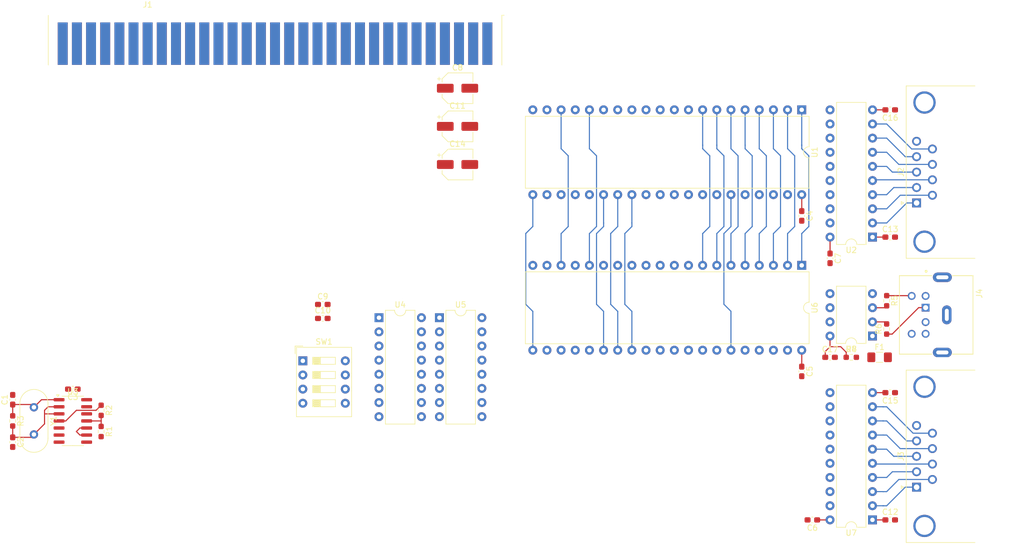
<source format=kicad_pcb>
(kicad_pcb (version 20240108) (generator "pcbnew") (generator_version "8.0")
  (layers (0 "F.Cu" signal) (31 "B.Cu" signal) (34 "B.Paste" user) (35 "F.Paste" user) (36 "B.SilkS" user "B.Silkscreen") (37 "F.SilkS" user "F.Silkscreen") (38 "B.Mask" user) (39 "F.Mask" user) (44 "Edge.Cuts" user))
  (net 0 "")
  (net 1 "GND")
  (net 2 "Net-(C1-Pad1)")
  (net 3 "Net-(C2-Pad1)")
  (net 4 "+5V")
  (net 5 "+12V")
  (net 6 "-12V")
  (net 7 "Net-(F1-Pad2)")
  (net 10 "/D5")
  (net 11 "/D3")
  (net 12 "/A3")
  (net 16 "/~{IOR}")
  (net 24 "/D2")
  (net 25 "/A5")
  (net 26 "/AEN")
  (net 27 "/D1")
  (net 29 "/D4")
  (net 30 "/IRQ3")
  (net 32 "/A1")
  (net 33 "/A8")
  (net 34 "/A6")
  (net 40 "/D6")
  (net 41 "/D7")
  (net 42 "/A2")
  (net 44 "/A4")
  (net 45 "/A9")
  (net 50 "/IRQ4")
  (net 54 "/D0")
  (net 55 "/A7")
  (net 58 "/RESET")
  (net 59 "/A0")
  (net 61 "/~{IOW}")
  (net 63 "Net-(U2-RA5)")
  (net 64 "Net-(U2-RA3)")
  (net 65 "Net-(U2-DY2)")
  (net 66 "Net-(U2-RA4)")
  (net 67 "Net-(U2-DY3)")
  (net 68 "Net-(U2-RA1)")
  (net 69 "Net-(U2-DY1)")
  (net 70 "Net-(U2-RA2)")
  (net 71 "Net-(U7-DY2)")
  (net 72 "Net-(U7-DY1)")
  (net 73 "Net-(U7-RA5)")
  (net 74 "Net-(U7-RA2)")
  (net 75 "Net-(U7-DY3)")
  (net 76 "Net-(U7-RA1)")
  (net 77 "Net-(U7-RA3)")
  (net 78 "Net-(U7-RA4)")
  (net 79 "Net-(J4-Pad1)")
  (net 80 "Net-(J4-Pad5)")
  (net 83 "Net-(R1-Pad1)")
  (net 84 "/CLK_UART")
  (net 85 "Net-(R2-Pad1)")
  (net 86 "Net-(U8-~{RESET}{slash}PB5)")
  (net 87 "/PS2 to Serial/PS2_CLK")
  (net 88 "/PS2 to Serial/PS2_DAT")
  (net 89 "/~{0x3E8}")
  (net 90 "/~{0x2F8}")
  (net 91 "/~{0x2E8}")
  (net 92 "/~{0x3F8}")
  (net 93 "/~{UART2_CS}")
  (net 94 "/~{UART1_CS}")
  (net 97 "/RX")
  (net 98 "Net-(U1-~{RI})")
  (net 100 "Net-(U1-SOUT)")
  (net 101 "Net-(U1-~{DSR})")
  (net 102 "Net-(U1-~{CTS})")
  (net 104 "Net-(U1-~{DCD})")
  (net 105 "Net-(U1-~{DTR})")
  (net 108 "Net-(U1-RCLK)")
  (net 109 "/~{RTS}")
  (net 115 "Net-(U4-E2)")
  (net 123 "Net-(U6-~{RTS})")
  (net 125 "Net-(U6-~{RI})")
  (net 127 "Net-(U6-~{CTS})")
  (net 128 "Net-(U6-~{DCD})")
  (net 129 "Net-(U6-RCLK)")
  (net 130 "Net-(U6-~{DTR})")
  (net 131 "Net-(U6-SIN)")
  (net 133 "Net-(U6-~{DSR})")
  (net 137 "Net-(U6-SOUT)")
  (net 139 "/PS2 to Serial/~{RTS}")
  (net 140 "/PS2 to Serial/RX")
  (net 141 "Net-(U3-Pad10)")
  (footprint "Package_DIP:DIP-40_W15.24mm" (layer "F.Cu") (at 187.955 64.765 -90)
    (property "Reference" "U1")
    (property "Value" "16550")
  )
  (footprint "Capacitor_SMD:C_0603_1608Metric_Pad1.08x0.95mm_HandSolder" (layer "F.Cu") (at 187.96 111.76 -90)
    (property "Reference" "C5")
    (property "Value" "100n")
  )
  (footprint "Resistor_SMD:R_0603_1608Metric_Pad0.98x0.95mm_HandSolder" (layer "F.Cu") (at 62.23 118.745 -90)
    (property "Reference" "R2")
    (property "Value" "1K")
  )
  (footprint "Capacitor_SMD:CP_Elec_5x5.3" (layer "F.Cu") (at 126.186 67.738)
    (property "Reference" "C11")
    (property "Value" "22u")
  )
  (footprint "Package_DIP:DIP-40_W15.24mm" (layer "F.Cu") (at 187.955 92.705 -90)
    (property "Reference" "U6")
    (property "Value" "16550")
  )
  (footprint "Package_DIP:DIP-20_W7.62mm" (layer "F.Cu") (at 200.66 87.63 180)
    (property "Reference" "U2")
    (property "Value" "GD75232N")
  )
  (footprint "Capacitor_SMD:C_0603_1608Metric_Pad1.08x0.95mm_HandSolder" (layer "F.Cu") (at 203.835 87.63)
    (property "Reference" "C13")
    (property "Value" "100n")
  )
  (footprint "Connector_Dsub:DSUB-9_Male_Horizontal_P2.77x2.84mm_EdgePinOffset7.70mm_Housed_MountingHolesOffset9.12mm" (layer "F.Cu") (at 208.569669 81.496 90)
    (property "Reference" "J2")
    (property "Value" "DE9")
  )
  (footprint "Capacitor_SMD:C_0603_1608Metric_Pad1.08x0.95mm_HandSolder" (layer "F.Cu") (at 203.835 115.57 180)
    (property "Reference" "C15")
    (property "Value" "100n")
  )
  (footprint "Capacitor_SMD:C_0603_1608Metric_Pad1.08x0.95mm_HandSolder" (layer "F.Cu") (at 203.835 138.43)
    (property "Reference" "C12")
    (property "Value" "100n")
  )
  (footprint "Capacitor_SMD:C_0603_1608Metric_Pad1.08x0.95mm_HandSolder" (layer "F.Cu") (at 46.355 116.84 90)
    (property "Reference" "C1")
    (property "Value" "22p")
  )
  (footprint "Button_Switch_THT:SW_DIP_SPSTx04_Slide_9.78x12.34mm_W7.62mm_P2.54mm" (layer "F.Cu") (at 98.425 109.855)
    (property "Reference" "SW1")
    (property "Value" "SW_DIP_x04")
  )
  (footprint "Capacitor_SMD:C_0603_1608Metric_Pad1.08x0.95mm_HandSolder" (layer "F.Cu") (at 102.0075 102.235)
    (property "Reference" "C10")
    (property "Value" "100n")
  )
  (footprint "Capacitor_SMD:C_0603_1608Metric_Pad1.08x0.95mm_HandSolder" (layer "F.Cu") (at 189.865 138.43 180)
    (property "Reference" "C6")
    (property "Value" "100n")
  )
  (footprint "Connector_Dsub:DSUB-9_Male_Horizontal_P2.77x2.84mm_EdgePinOffset7.70mm_Housed_MountingHolesOffset9.12mm" (layer "F.Cu") (at 208.569669 132.55 90)
    (property "Reference" "J3")
    (property "Value" "DE9")
  )
  (footprint "Package_DIP:DIP-16_W7.62mm" (layer "F.Cu") (at 122.936 102.108)
    (property "Reference" "U5")
    (property "Value" "74LS138")
  )
  (footprint "Resistor_SMD:R_0603_1608Metric_Pad0.98x0.95mm_HandSolder" (layer "F.Cu") (at 62.23 122.555 -90)
    (property "Reference" "R1")
    (property "Value" "10K")
  )
  (footprint "pc-parts:BUS_AT_8BIT" (layer "F.Cu") (at 131.536 52.878)
    (property "Reference" "J1")
    (property "Value" "Bus_ISA_8bit")
  )
  (footprint "Resistor_SMD:R_0603_1608Metric_Pad0.98x0.95mm_HandSolder" (layer "F.Cu") (at 203.2 99.06 -90)
    (property "Reference" "R5")
    (property "Value" "100")
  )
  (footprint "Capacitor_SMD:C_0603_1608Metric_Pad1.08x0.95mm_HandSolder" (layer "F.Cu") (at 57.15 114.935 180)
    (property "Reference" "C3")
    (property "Value" "100n")
  )
  (footprint "Package_SO:SO-14_3.9x8.65mm_P1.27mm" (layer "F.Cu") (at 57.15 120.65)
    (property "Reference" "U3")
    (property "Value" "74HCU04")
  )
  (footprint "Capacitor_SMD:C_0603_1608Metric_Pad1.08x0.95mm_HandSolder" (layer "F.Cu") (at 193.04 109.22)
    (property "Reference" "C17")
    (property "Value" "100n")
  )
  (footprint "Package_DIP:DIP-20_W7.62mm" (layer "F.Cu") (at 200.65 138.425 180)
    (property "Reference" "U7")
    (property "Value" "GD75232N")
  )
  (footprint "Package_DIP:DIP-8_W7.62mm" (layer "F.Cu") (at 200.65 105.4 180)
    (property "Reference" "U8")
    (property "Value" "ATtiny85-20P")
  )
  (footprint "Capacitor_SMD:C_0603_1608Metric_Pad1.08x0.95mm_HandSolder" (layer "F.Cu") (at 193.04 91.44 -90)
    (property "Reference" "C7")
    (property "Value" "100n")
  )
  (footprint "Resistor_SMD:R_0603_1608Metric_Pad0.98x0.95mm_HandSolder" (layer "F.Cu") (at 196.85 109.22)
    (property "Reference" "R4")
    (property "Value" "10K")
  )
  (footprint "Fuse:Fuse_1206_3216Metric_Pad1.42x1.75mm_HandSolder" (layer "F.Cu") (at 201.93 109.22)
    (property "Reference" "F1")
    (property "Value" "Fuse")
  )
  (footprint "Resistor_SMD:R_0603_1608Metric_Pad0.98x0.95mm_HandSolder" (layer "F.Cu") (at 46.355 120.65 -90)
    (property "Reference" "R3")
    (property "Value" "1M")
  )
  (footprint "Capacitor_SMD:CP_Elec_5x5.3" (layer "F.Cu") (at 126.186 74.588)
    (property "Reference" "C14")
    (property "Value" "22u")
  )
  (footprint "pc-parts:CUI_MD-60SGK" (layer "F.Cu") (at 212.09 101.6 -90)
    (property "Reference" "J4")
    (property "Value" "Mini-DIN-6")
  )
  (footprint "Capacitor_SMD:C_0603_1608Metric_Pad1.08x0.95mm_HandSolder" (layer "F.Cu") (at 187.96 83.82 -90)
    (property "Reference" "C4")
    (property "Value" "100n")
  )
  (footprint "Resistor_SMD:R_0603_1608Metric_Pad0.98x0.95mm_HandSolder" (layer "F.Cu") (at 203.2 104.14 90)
    (property "Reference" "R6")
    (property "Value" "100")
  )
  (footprint "Capacitor_SMD:C_0603_1608Metric_Pad1.08x0.95mm_HandSolder" (layer "F.Cu") (at 102.0075 99.725)
    (property "Reference" "C9")
    (property "Value" "100n")
  )
  (footprint "Capacitor_SMD:C_0603_1608Metric_Pad1.08x0.95mm_HandSolder" (layer "F.Cu") (at 203.835 64.77 180)
    (property "Reference" "C16")
    (property "Value" "100n")
  )
  (footprint "Capacitor_SMD:CP_Elec_5x5.3" (layer "F.Cu") (at 126.186 60.888)
    (property "Reference" "C8")
    (property "Value" "22u")
  )
  (footprint "Package_DIP:DIP-16_W7.62mm" (layer "F.Cu") (at 112.086 102.108)
    (property "Reference" "U4")
    (property "Value" "74LS138")
  )
  (footprint "Capacitor_SMD:C_0603_1608Metric_Pad1.08x0.95mm_HandSolder" (layer "F.Cu") (at 46.355 124.46 -90)
    (property "Reference" "C2")
    (property "Value" "22p")
  )
  (footprint "Crystal:Crystal_HC49-U_Vertical" (layer "F.Cu") (at 50.165 118.2 -90)
    (property "Reference" "Y1")
    (property "Value" "1.8432MHz")
  )
  (segment (start 51.525 116.84) (end 50.165 118.2) (width 0.2) (layer "F.Cu") (net 2))
  (segment (start 54.675 116.84) (end 51.525 116.84) (width 0.2) (layer "F.Cu") (net 2))
  (segment (start 49.6675 117.7025) (end 50.165 118.2) (width 0.2) (layer "F.Cu") (net 2))
  (segment (start 46.355 119.7375) (end 46.355 117.7025) (width 0.2) (layer "F.Cu") (net 2))
  (segment (start 46.355 117.7025) (end 49.6675 117.7025) (width 0.2) (layer "F.Cu") (net 2))
  (segment (start 52.07 121.175) (end 50.165 123.08) (width 0.2) (layer "F.Cu") (net 3))
  (segment (start 52.705 118.11) (end 52.07 118.745) (width 0.2) (layer "F.Cu") (net 3))
  (segment (start 54.675 119.38) (end 52.07 119.38) (width 0.2) (layer "F.Cu") (net 3))
  (segment (start 54.675 118.11) (end 52.705 118.11) (width 0.2) (layer "F.Cu") (net 3))
  (segment (start 46.355 123.5975) (end 49.6475 123.5975) (width 0.2) (layer "F.Cu") (net 3))
  (segment (start 52.07 119.38) (end 52.07 121.175) (width 0.2) (layer "F.Cu") (net 3))
  (segment (start 49.6475 123.5975) (end 50.165 123.08) (width 0.2) (layer "F.Cu") (net 3))
  (segment (start 46.355 121.5625) (end 46.355 123.5975) (width 0.2) (layer "F.Cu") (net 3))
  (segment (start 52.07 118.745) (end 52.07 119.38) (width 0.2) (layer "F.Cu") (net 3))
  (segment (start 187.96 107.95) (end 187.955 107.945) (width 0.2) (layer "F.Cu") (net 4))
  (segment (start 193.04 107.315) (end 193.03 107.305) (width 0.2) (layer "F.Cu") (net 4))
  (segment (start 193.03 107.305) (end 193.03 105.4) (width 0.2) (layer "F.Cu") (net 4))
  (segment (start 190.7275 138.43) (end 193.025 138.43) (width 0.2) (layer "F.Cu") (net 4))
  (segment (start 187.96 80.01) (end 187.955 80.005) (width 0.2) (layer "F.Cu") (net 4))
  (segment (start 193.04 90.5775) (end 193.04 87.63) (width 0.2) (layer "F.Cu") (net 4))
  (segment (start 192.1775 109.22) (end 192.1775 108.1775) (width 0.2) (layer "F.Cu") (net 4))
  (segment (start 194.945 107.315) (end 195.9375 108.3075) (width 0.2) (layer "F.Cu") (net 4))
  (segment (start 193.04 107.315) (end 194.945 107.315) (width 0.2) (layer "F.Cu") (net 4))
  (segment (start 187.96 82.9575) (end 187.96 80.01) (width 0.2) (layer "F.Cu") (net 4))
  (segment (start 187.96 110.8975) (end 187.96 107.95) (width 0.2) (layer "F.Cu") (net 4))
  (segment (start 192.1775 108.1775) (end 193.04 107.315) (width 0.2) (layer "F.Cu") (net 4))
  (segment (start 193.025 138.43) (end 193.03 138.425) (width 0.2) (layer "F.Cu") (net 4))
  (segment (start 195.9375 108.3075) (end 195.9375 109.22) (width 0.2) (layer "F.Cu") (net 4))
  (segment (start 202.9725 87.63) (end 200.66 87.63) (width 0.2) (layer "F.Cu") (net 5))
  (segment (start 200.655 138.43) (end 200.65 138.425) (width 0.2) (layer "F.Cu") (net 5))
  (segment (start 202.9725 138.43) (end 200.655 138.43) (width 0.2) (layer "F.Cu") (net 5))
  (segment (start 202.9725 115.57) (end 200.655 115.57) (width 0.2) (layer "F.Cu") (net 6))
  (segment (start 200.655 115.57) (end 200.65 115.565) (width 0.2) (layer "F.Cu") (net 6))
  (segment (start 202.9725 64.77) (end 200.66 64.77) (width 0.2) (layer "F.Cu") (net 6))
  (segment (start 175.255 92.705) (end 175.255 87) (width 0.2) (layer "B.Cu") (net 10))
  (segment (start 176.53 85.725) (end 176.53 73.025) (width 0.2) (layer "B.Cu") (net 10))
  (segment (start 176.53 73.025) (end 175.255 71.75) (width 0.2) (layer "B.Cu") (net 10))
  (segment (start 175.255 87) (end 176.53 85.725) (width 0.2) (layer "B.Cu") (net 10))
  (segment (start 175.255 71.75) (end 175.255 64.765) (width 0.2) (layer "B.Cu") (net 10))
  (segment (start 180.335 92.705) (end 180.335 87) (width 0.2) (layer "B.Cu") (net 11))
  (segment (start 180.335 71.75) (end 180.335 64.765) (width 0.2) (layer "B.Cu") (net 11))
  (segment (start 181.61 73.025) (end 180.335 71.75) (width 0.2) (layer "B.Cu") (net 11))
  (segment (start 181.61 85.725) (end 181.61 73.025) (width 0.2) (layer "B.Cu") (net 11))
  (segment (start 180.335 87) (end 181.61 85.725) (width 0.2) (layer "B.Cu") (net 11))
  (segment (start 139.695 85.72) (end 139.695 80.005) (width 0.2) (layer "B.Cu") (net 16))
  (segment (start 139.695 100.97) (end 138.43 99.705) (width 0.2) (layer "B.Cu") (net 16))
  (segment (start 138.43 86.985) (end 139.695 85.72) (width 0.2) (layer "B.Cu") (net 16))
  (segment (start 139.695 107.945) (end 139.695 100.97) (width 0.2) (layer "B.Cu") (net 16))
  (segment (start 138.43 99.705) (end 138.43 86.985) (width 0.2) (layer "B.Cu") (net 16))
  (segment (start 182.875 87) (end 184.15 85.725) (width 0.2) (layer "B.Cu") (net 24))
  (segment (start 184.15 73.025) (end 182.875 71.75) (width 0.2) (layer "B.Cu") (net 24))
  (segment (start 182.875 92.705) (end 182.875 87) (width 0.2) (layer "B.Cu") (net 24))
  (segment (start 182.875 71.75) (end 182.875 64.765) (width 0.2) (layer "B.Cu") (net 24))
  (segment (start 184.15 85.725) (end 184.15 73.025) (width 0.2) (layer "B.Cu") (net 24))
  (segment (start 186.69 73.025) (end 185.415 71.75) (width 0.2) (layer "B.Cu") (net 27))
  (segment (start 185.415 87) (end 186.69 85.725) (width 0.2) (layer "B.Cu") (net 27))
  (segment (start 185.415 71.75) (end 185.415 64.765) (width 0.2) (layer "B.Cu") (net 27))
  (segment (start 186.69 85.725) (end 186.69 73.025) (width 0.2) (layer "B.Cu") (net 27))
  (segment (start 185.415 92.705) (end 185.415 87) (width 0.2) (layer "B.Cu") (net 27))
  (segment (start 179.07 85.725) (end 179.07 73.025) (width 0.2) (layer "B.Cu") (net 29))
  (segment (start 177.795 71.115) (end 177.795 64.765) (width 0.2) (layer "B.Cu") (net 29))
  (segment (start 177.8 71.12) (end 177.795 71.115) (width 0.2) (layer "B.Cu") (net 29))
  (segment (start 177.795 87) (end 179.07 85.725) (width 0.2) (layer "B.Cu") (net 29))
  (segment (start 177.795 92.705) (end 177.795 87) (width 0.2) (layer "B.Cu") (net 29))
  (segment (start 177.8 71.755) (end 177.8 71.12) (width 0.2) (layer "B.Cu") (net 29))
  (segment (start 179.07 73.025) (end 177.8 71.755) (width 0.2) (layer "B.Cu") (net 29))
  (segment (start 153.67 86.985) (end 154.935 85.72) (width 0.2) (layer "B.Cu") (net 32))
  (segment (start 154.935 85.72) (end 154.935 80.005) (width 0.2) (layer "B.Cu") (net 32))
  (segment (start 154.935 107.945) (end 154.935 100.97) (width 0.2) (layer "B.Cu") (net 32))
  (segment (start 153.67 99.705) (end 153.67 86.985) (width 0.2) (layer "B.Cu") (net 32))
  (segment (start 154.935 100.97) (end 153.67 99.705) (width 0.2) (layer "B.Cu") (net 32))
  (segment (start 172.715 92.705) (end 172.715 87) (width 0.2) (layer "B.Cu") (net 40))
  (segment (start 172.715 87) (end 173.99 85.725) (width 0.2) (layer "B.Cu") (net 40))
  (segment (start 172.72 71.12) (end 172.715 71.115) (width 0.2) (layer "B.Cu") (net 40))
  (segment (start 173.99 73.025) (end 172.72 71.755) (width 0.2) (layer "B.Cu") (net 40))
  (segment (start 172.715 71.115) (end 172.715 64.765) (width 0.2) (layer "B.Cu") (net 40))
  (segment (start 173.99 85.725) (end 173.99 73.025) (width 0.2) (layer "B.Cu") (net 40))
  (segment (start 172.72 71.755) (end 172.72 71.12) (width 0.2) (layer "B.Cu") (net 40))
  (segment (start 170.18 71.755) (end 170.18 71.12) (width 0.2) (layer "B.Cu") (net 41))
  (segment (start 170.175 71.115) (end 170.175 64.765) (width 0.2) (layer "B.Cu") (net 41))
  (segment (start 170.175 87) (end 171.45 85.725) (width 0.2) (layer "B.Cu") (net 41))
  (segment (start 170.18 71.12) (end 170.175 71.115) (width 0.2) (layer "B.Cu") (net 41))
  (segment (start 170.175 92.705) (end 170.175 87) (width 0.2) (layer "B.Cu") (net 41))
  (segment (start 171.45 73.025) (end 170.18 71.755) (width 0.2) (layer "B.Cu") (net 41))
  (segment (start 171.45 85.725) (end 171.45 73.025) (width 0.2) (layer "B.Cu") (net 41))
  (segment (start 152.4 85.09) (end 152.395 85.085) (width 0.2) (layer "B.Cu") (net 42))
  (segment (start 151.13 86.995) (end 152.4 85.725) (width 0.2) (layer "B.Cu") (net 42))
  (segment (start 152.395 100.97) (end 151.13 99.705) (width 0.2) (layer "B.Cu") (net 42))
  (segment (start 152.395 85.085) (end 152.395 80.005) (width 0.2) (layer "B.Cu") (net 42))
  (segment (start 152.395 107.945) (end 152.395 100.97) (width 0.2) (layer "B.Cu") (net 42))
  (segment (start 152.4 85.725) (end 152.4 85.09) (width 0.2) (layer "B.Cu") (net 42))
  (segment (start 151.13 99.705) (end 151.13 86.995) (width 0.2) (layer "B.Cu") (net 42))
  (segment (start 189.23 73.025) (end 187.96 71.755) (width 0.2) (layer "B.Cu") (net 54))
  (segment (start 187.96 71.12) (end 187.955 71.115) (width 0.2) (layer "B.Cu") (net 54))
  (segment (start 189.23 85.725) (end 189.23 73.025) (width 0.2) (layer "B.Cu") (net 54))
  (segment (start 187.96 71.755) (end 187.96 71.12) (width 0.2) (layer "B.Cu") (net 54))
  (segment (start 187.955 87) (end 189.23 85.725) (width 0.2) (layer "B.Cu") (net 54))
  (segment (start 187.955 92.705) (end 187.955 87) (width 0.2) (layer "B.Cu") (net 54))
  (segment (start 187.955 71.115) (end 187.955 64.765) (width 0.2) (layer "B.Cu") (net 54))
  (segment (start 175.26 85.09) (end 175.255 85.085) (width 0.2) (layer "B.Cu") (net 58))
  (segment (start 173.99 99.695) (end 173.99 86.995) (width 0.2) (layer "B.Cu") (net 58))
  (segment (start 175.26 85.725) (end 175.26 85.09) (width 0.2) (layer "B.Cu") (net 58))
  (segment (start 175.255 85.085) (end 175.255 80.005) (width 0.2) (layer "B.Cu") (net 58))
  (segment (start 173.99 86.995) (end 175.26 85.725) (width 0.2) (layer "B.Cu") (net 58))
  (segment (start 175.255 100.96) (end 173.99 99.695) (width 0.2) (layer "B.Cu") (net 58))
  (segment (start 175.255 107.945) (end 175.255 100.96) (width 0.2) (layer "B.Cu") (net 58))
  (segment (start 156.21 99.705) (end 156.21 86.995) (width 0.2) (layer "B.Cu") (net 59))
  (segment (start 157.48 85.725) (end 157.48 85.09) (width 0.2) (layer "B.Cu") (net 59))
  (segment (start 157.475 100.97) (end 156.21 99.705) (width 0.2) (layer "B.Cu") (net 59))
  (segment (start 157.475 85.085) (end 157.475 80.005) (width 0.2) (layer "B.Cu") (net 59))
  (segment (start 157.48 85.09) (end 157.475 85.085) (width 0.2) (layer "B.Cu") (net 59))
  (segment (start 156.21 86.995) (end 157.48 85.725) (width 0.2) (layer "B.Cu") (net 59))
  (segment (start 157.475 107.945) (end 157.475 100.97) (width 0.2) (layer "B.Cu") (net 59))
  (segment (start 144.775 71.75) (end 144.775 64.765) (width 0.2) (layer "B.Cu") (net 61))
  (segment (start 146.05 73.025) (end 144.775 71.75) (width 0.2) (layer "B.Cu") (net 61))
  (segment (start 146.05 85.725) (end 146.05 73.025) (width 0.2) (layer "B.Cu") (net 61))
  (segment (start 144.775 87) (end 146.05 85.725) (width 0.2) (layer "B.Cu") (net 61))
  (segment (start 144.775 92.705) (end 144.775 87) (width 0.2) (layer "B.Cu") (net 61))
  (segment (start 203.2 67.31) (end 200.66 67.31) (width 0.2) (layer "B.Cu") (net 63))
  (segment (start 207.691 71.801) (end 203.2 67.31) (width 0.2) (layer "B.Cu") (net 63))
  (segment (start 211.409669 71.801) (end 207.691 71.801) (width 0.2) (layer "B.Cu") (net 63))
  (segment (start 203.2 80.01) (end 200.66 80.01) (width 0.2) (layer "B.Cu") (net 64))
  (segment (start 204.484 78.726) (end 203.2 80.01) (width 0.2) (layer "B.Cu") (net 64))
  (segment (start 208.569669 78.726) (end 204.484 78.726) (width 0.2) (layer "B.Cu") (net 64))
  (segment (start 203.2 74.93) (end 200.66 74.93) (width 0.2) (layer "B.Cu") (net 65))
  (segment (start 208.569669 75.956) (end 204.226 75.956) (width 0.2) (layer "B.Cu") (net 65))
  (segment (start 204.226 75.956) (end 203.2 74.93) (width 0.2) (layer "B.Cu") (net 65))
  (segment (start 205.381 74.571) (end 203.2 72.39) (width 0.2) (layer "B.Cu") (net 66))
  (segment (start 203.2 72.39) (end 200.66 72.39) (width 0.2) (layer "B.Cu") (net 66))
  (segment (start 211.409669 74.571) (end 205.381 74.571) (width 0.2) (layer "B.Cu") (net 66))
  (segment (start 208.569669 73.186) (end 206.536 73.186) (width 0.2) (layer "B.Cu") (net 67))
  (segment (start 206.536 73.186) (end 203.2 69.85) (width 0.2) (layer "B.Cu") (net 67))
  (segment (start 203.2 69.85) (end 200.66 69.85) (width 0.2) (layer "B.Cu") (net 67))
  (segment (start 206.794 81.496) (end 203.2 85.09) (width 0.2) (layer "B.Cu") (net 68))
  (segment (start 203.2 85.09) (end 200.66 85.09) (width 0.2) (layer "B.Cu") (net 68))
  (segment (start 208.569669 81.496) (end 206.794 81.496) (width 0.2) (layer "B.Cu") (net 68))
  (segment (start 211.409669 77.341) (end 200.789 77.341) (width 0.2) (layer "B.Cu") (net 69))
  (segment (start 200.789 77.341) (end 200.66 77.47) (width 0.2) (layer "B.Cu") (net 69))
  (segment (start 203.2 82.55) (end 200.66 82.55) (width 0.2) (layer "B.Cu") (net 70))
  (segment (start 211.409669 80.111) (end 205.639 80.111) (width 0.2) (layer "B.Cu") (net 70))
  (segment (start 205.639 80.111) (end 203.2 82.55) (width 0.2) (layer "B.Cu") (net 70))
  (segment (start 208.569669 127.01) (end 204.48 127.01) (width 0.2) (layer "B.Cu") (net 71))
  (segment (start 204.48 127.01) (end 203.195 125.725) (width 0.2) (layer "B.Cu") (net 71))
  (segment (start 203.195 125.725) (end 200.65 125.725) (width 0.2) (layer "B.Cu") (net 71))
  (segment (start 200.78 128.395) (end 200.65 128.265) (width 0.2) (layer "B.Cu") (net 72))
  (segment (start 211.409669 128.395) (end 200.78 128.395) (width 0.2) (layer "B.Cu") (net 72))
  (segment (start 203.2 118.11) (end 202.565 118.11) (width 0.2) (layer "B.Cu") (net 73))
  (segment (start 202.56 118.105) (end 200.65 118.105) (width 0.2) (layer "B.Cu") (net 73))
  (segment (start 211.409669 122.855) (end 207.945 122.855) (width 0.2) (layer "B.Cu") (net 73))
  (segment (start 202.565 118.11) (end 202.56 118.105) (width 0.2) (layer "B.Cu") (net 73))
  (segment (start 207.945 122.855) (end 203.2 118.11) (width 0.2) (layer "B.Cu") (net 73))
  (segment (start 202.565 133.35) (end 202.56 133.345) (width 0.2) (layer "B.Cu") (net 74))
  (segment (start 205.385 131.165) (end 203.2 133.35) (width 0.2) (layer "B.Cu") (net 74))
  (segment (start 203.2 133.35) (end 202.565 133.35) (width 0.2) (layer "B.Cu") (net 74))
  (segment (start 211.409669 131.165) (end 205.385 131.165) (width 0.2) (layer "B.Cu") (net 74))
  (segment (start 202.56 133.345) (end 200.65 133.345) (width 0.2) (layer "B.Cu") (net 74))
  (segment (start 206.79 124.24) (end 203.2 120.65) (width 0.2) (layer "B.Cu") (net 75))
  (segment (start 203.2 120.65) (end 202.565 120.65) (width 0.2) (layer "B.Cu") (net 75))
  (segment (start 208.569669 124.24) (end 206.79 124.24) (width 0.2) (layer "B.Cu") (net 75))
  (segment (start 202.56 120.645) (end 200.65 120.645) (width 0.2) (layer "B.Cu") (net 75))
  (segment (start 202.565 120.65) (end 202.56 120.645) (width 0.2) (layer "B.Cu") (net 75))
  (segment (start 202.56 135.885) (end 200.65 135.885) (width 0.2) (layer "B.Cu") (net 76))
  (segment (start 202.565 135.89) (end 202.56 135.885) (width 0.2) (layer "B.Cu") (net 76))
  (segment (start 206.54 132.55) (end 203.2 135.89) (width 0.2) (layer "B.Cu") (net 76))
  (segment (start 208.569669 132.55) (end 206.54 132.55) (width 0.2) (layer "B.Cu") (net 76))
  (segment (start 203.2 135.89) (end 202.565 135.89) (width 0.2) (layer "B.Cu") (net 76))
  (segment (start 203.195 130.805) (end 200.65 130.805) (width 0.2) (layer "B.Cu") (net 77))
  (segment (start 203.2 130.81) (end 203.195 130.805) (width 0.2) (layer "B.Cu") (net 77))
  (segment (start 208.569669 129.78) (end 204.23 129.78) (width 0.2) (layer "B.Cu") (net 77))
  (segment (start 204.23 129.78) (end 203.2 130.81) (width 0.2) (layer "B.Cu") (net 77))
  (segment (start 202.565 123.19) (end 202.56 123.185) (width 0.2) (layer "B.Cu") (net 78))
  (segment (start 211.409669 125.625) (end 205.635 125.625) (width 0.2) (layer "B.Cu") (net 78))
  (segment (start 202.56 123.185) (end 200.65 123.185) (width 0.2) (layer "B.Cu") (net 78))
  (segment (start 205.635 125.625) (end 203.2 123.19) (width 0.2) (layer "B.Cu") (net 78))
  (segment (start 203.2 123.19) (end 202.565 123.19) (width 0.2) (layer "B.Cu") (net 78))
  (segment (start 203.2 105.0525) (end 204.1925 105.0525) (width 0.2) (layer "F.Cu") (net 79))
  (segment (start 208.945 100.3) (end 210.19 100.3) (width 0.2) (layer "F.Cu") (net 79))
  (segment (start 204.1925 105.0525) (end 208.945 100.3) (width 0.2) (layer "F.Cu") (net 79))
  (segment (start 207.6375 98.1475) (end 207.69 98.2) (width 0.2) (layer "F.Cu") (net 80))
  (segment (start 203.2 98.1475) (end 207.6375 98.1475) (width 0.2) (layer "F.Cu") (net 80))
  (segment (start 62.23 120.65) (end 59.625 120.65) (width 0.2) (layer "F.Cu") (net 83))
  (segment (start 62.23 120.65) (end 62.23 121.6425) (width 0.2) (layer "F.Cu") (net 83))
  (segment (start 62.23 119.6575) (end 62.23 120.65) (width 0.2) (layer "F.Cu") (net 83))
  (segment (start 151.13 73.025) (end 149.855 71.75) (width 0.2) (layer "B.Cu") (net 84))
  (segment (start 149.855 71.75) (end 149.855 64.765) (width 0.2) (layer "B.Cu") (net 84))
  (segment (start 149.855 87) (end 151.13 85.725) (width 0.2) (layer "B.Cu") (net 84))
  (segment (start 151.13 85.725) (end 151.13 73.025) (width 0.2) (layer "B.Cu") (net 84))
  (segment (start 149.855 92.705) (end 149.855 87) (width 0.2) (layer "B.Cu") (net 84))
  (segment (start 61.3175 118.745) (end 62.23 117.8325) (width 0.2) (layer "F.Cu") (net 85))
  (segment (start 55.88 120.65) (end 57.785 118.745) (width 0.2) (layer "F.Cu") (net 85))
  (segment (start 54.675 120.65) (end 55.88 120.65) (width 0.2) (layer "F.Cu") (net 85))
  (segment (start 57.785 118.745) (end 61.3175 118.745) (width 0.2) (layer "F.Cu") (net 85))
  (segment (start 203.2 99.9725) (end 202.8525 100.32) (width 0.2) (layer "F.Cu") (net 87))
  (segment (start 202.8525 100.32) (end 200.65 100.32) (width 0.2) (layer "F.Cu") (net 87))
  (segment (start 203.2 103.2275) (end 202.8325 102.86) (width 0.2) (layer "F.Cu") (net 88))
  (segment (start 202.8325 102.86) (end 200.65 102.86) (width 0.2) (layer "F.Cu") (net 88))
  (segment (start 59.625 121.92) (end 58.42 121.92) (width 0.2) (layer "F.Cu") (net 141))
  (segment (start 58.42 121.92) (end 57.785 122.555) (width 0.2) (layer "F.Cu") (net 141))
  (segment (start 58.42 123.19) (end 57.785 122.555) (width 0.2) (layer "F.Cu") (net 141))
  (segment (start 59.625 123.19) (end 58.42 123.19) (width 0.2) (layer "F.Cu") (net 141))
)
</source>
